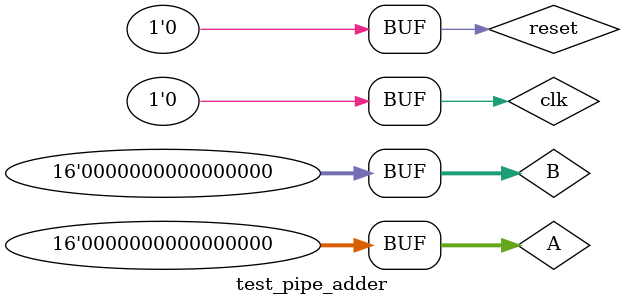
<source format=v>
`timescale 1ns / 1ps


module test_pipe_adder;
localparam T=20;
	// Inputs
	reg [15:0] A;
	reg [15:0] B;
	reg clk;
	reg reset;

	// Outputs
	wire cout;
	wire [15:0] S;

	// Instantiate the Unit Under Test (UUT)
	pipe_adder_128 uut (
		.A(A), 
		.B(B), 
		.cout(cout), 
		.S(S), 
		.clk(clk), 
		.reset(reset)
	);

	// clock
		// 20 ns clock running forever
		always 
		begin
			clk = 1'b1;
			#(T/2);
			clk = 1'b0;
			#(T/2);
		end
		// reset for the first half cycle
	initial begin
		reset = 1'b0;
			#(T/2);
		reset = 1'b1;
			#(T/2);
		reset = 1'b0;
		
		A = 16'h0001;
		B = 16'hFFFF;

		#20;
       
		A = 16'h0002;
		B = 16'hFFFF;

		#20;

		A = 16'hFFFF;
		B = 16'h0001;

		#20;

		A = 16'hAAAA;
		B = 16'hAAAA;

		#20;
		
		A = 16'h0000;
		B = 16'h0000;

		#20;
	end
      
endmodule


</source>
